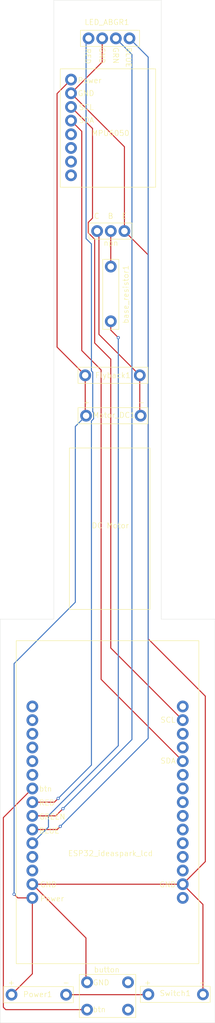
<source format=kicad_pcb>
(kicad_pcb (version 20241229) (generator "pcbnew") (generator_version "9.0")
  (layers (0 "F.Cu" signal) (2 "B.Cu" signal) (13 "F.Paste" user) (15 "B.Paste" user) (5 "F.SilkS" user "F.Silkscreen") (7 "B.SilkS" user "B.Silkscreen") (1 "F.Mask" user) (3 "B.Mask" user) (25 "Edge.Cuts" user))
  (net 0 "")
  (net 23 "/Power")
  (net 24 "/GND")
  (net 25 "/SCL")
  (net 26 "/SDA")
  (net 27 "/button")
  (net 28 "/motor_control")
  (net 29 "/base_resistor")
  (net 30 "/BLUE")
  (net 31 "/GREEN")
  (net 32 "/RED")
  (net 33 "/motor_ground")
  (net 34 "/SwitchPowerJunction")
  (footprint "my_library:rgb_led" (layer "F.Cu") (at 16.46 -193.4)
    (property "Reference" "LED_ABGR1" (at 3.42 -3 0) (layer "F.SilkS") (effects (font (thickness 0.1))))
    (property "Value" "LED_ABGR" (hide yes))
    (fp_rect (start -1.5 -1.5) (end 9.5 1.5) (stroke (width 0.1)) (fill no) (layer "F.SilkS"))
    (pad "1" thru_hole circle (at 2.54 0) (size 2.2 2.2) (drill 1.2) (layers "*.Cu" "*.Mask") (net 24 "/GND"))
    (pad "2" thru_hole circle (at 7.62 0) (size 2.2 2.2) (drill 1.2) (layers "*.Cu" "*.Mask") (net 30 "/BLUE"))
    (pad "3" thru_hole circle (at 5.08 0) (size 2.2 2.2) (drill 1.2) (layers "*.Cu" "*.Mask") (net 31 "/GREEN"))
    (pad "4" thru_hole circle (at 0 0) (size 2.2 2.2) (drill 1.2) (layers "*.Cu" "*.Mask") (net 32 "/RED"))
  )
  (footprint "my_library:Button" (layer "F.Cu") (at 16.19 -12.96 90)
    (property "Reference" "U2" (hide yes))
    (property "Value" "button" (hide yes))
    (fp_rect (start -1.46 -1.44) (end 6.54 9.06) (stroke (width 0.1)) (fill no) (layer "F.SilkS"))
    (fp_text user "button" (at 6.84 1.22 0) (layer "F.SilkS") (effects (font (thickness 0.1)) (justify left bottom)))
    (pad "1" thru_hole circle (at 0 0 90) (size 2.2 2.2) (drill 1.2) (layers "*.Cu" "*.Mask") (net 27 "/button"))
    (pad "2" thru_hole circle (at 5.08 0 90) (size 2.2 2.2) (drill 1.2) (layers "*.Cu" "*.Mask") (net 24 "/GND"))
    (pad "3" thru_hole circle (at 0 7.62 90) (size 2.2 2.2) (drill 1.2) (layers "*.Cu" "*.Mask"))
    (pad "4" thru_hole circle (at 5.08 7.62 90) (size 2.2 2.2) (drill 1.2) (layers "*.Cu" "*.Mask"))
  )
  (footprint "my_library:Transistor" (layer "F.Cu") (at 18.06 -157.6 90)
    (property "Reference" "Q1" (hide yes))
    (property "Value" "Q_NPN" (hide yes))
    (fp_rect (start -1.5 -1.5) (end 1.5 6.5) (stroke (width 0.1)) (fill no) (layer "F.SilkS"))
    (fp_text user "npn" (at -2.8 1.14 0) (layer "F.SilkS") (effects (font (thickness 0.1)) (justify left bottom)))
    (pad "B" thru_hole circle (at 0 2.54 90) (size 2.2 2.2) (drill 1.2) (layers "*.Cu" "*.Mask") (net 29 "/base_resistor"))
    (pad "C" thru_hole circle (at 0 0 90) (size 2.2 2.2) (drill 1.2) (layers "*.Cu" "*.Mask") (net 33 "/motor_ground"))
    (pad "E" thru_hole circle (at 0 5.08 90) (size 2.2 2.2) (drill 1.2) (layers "*.Cu" "*.Mask") (net 24 "/GND"))
  )
  (footprint "my_library:two_through_holes_10.16" (layer "F.Cu") (at 16 -123.3)
    (property "Reference" "Motor_DC1" (at 5.2 -0.1 0) (layer "F.SilkS") (effects (font (thickness 0.1))))
    (property "Value" "Motor_DC" (hide yes))
    (fp_rect (start -1.5 -1.5) (end 11.5 1.5) (stroke (width 0.1)) (fill no) (layer "F.SilkS"))
    (pad "1" thru_hole circle (at 0 0) (size 2.2 2.2) (drill 1.2) (layers "*.Cu" "*.Mask") (net 23 "/Power"))
    (pad "2" thru_hole circle (at 10.16 0) (size 2.2 2.2) (drill 1.2) (layers "*.Cu" "*.Mask") (net 33 "/motor_ground"))
  )
  (footprint "my_library:two_through_holes_10.16" (layer "F.Cu") (at 27.6 -15.8)
    (property "Reference" "Switch1" (at 5 -0.2 0) (layer "F.SilkS") (effects (font (thickness 0.1))))
    (property "Value" "~" (hide yes))
    (fp_rect (start -1.5 -1.5) (end 11.5 1.5) (stroke (width 0.1)) (fill no) (layer "F.SilkS"))
    (pad "1" thru_hole circle (at 0 0) (size 2.2 2.2) (drill 1.2) (layers "*.Cu" "*.Mask") (net 34 "/SwitchPowerJunction"))
    (pad "2" thru_hole circle (at 10.16 0) (size 2.2 2.2) (drill 1.2) (layers "*.Cu" "*.Mask") (net 24 "/GND"))
  )
  (footprint "my_library:two_through_holes_10.16" (layer "F.Cu") (at 20.6 -140.84 90)
    (property "Reference" "base_resistor1" (at 5 2.8 90) (layer "F.SilkS") (effects (font (thickness 0.1))))
    (property "Value" "R" (hide yes))
    (fp_rect (start -1.5 -1.5) (end 11.5 1.5) (stroke (width 0.1)) (fill no) (layer "F.SilkS"))
    (pad "1" thru_hole circle (at 0 0 90) (size 2.2 2.2) (drill 1.2) (layers "*.Cu" "*.Mask") (net 28 "/motor_control"))
    (pad "2" thru_hole circle (at 10.16 0 90) (size 2.2 2.2) (drill 1.2) (layers "*.Cu" "*.Mask") (net 29 "/base_resistor"))
  )
  (footprint "my_library:two_through_holes_10.16" (layer "F.Cu") (at 2.12 -15.74)
    (property "Reference" "Power1" (at 4.88 -0.06 0) (layer "F.SilkS") (effects (font (thickness 0.1))))
    (property "Value" "~" (hide yes))
    (fp_rect (start -1.5 -1.5) (end 11.5 1.5) (stroke (width 0.1)) (fill no) (layer "F.SilkS"))
    (pad "1" thru_hole circle (at 0 0) (size 2.2 2.2) (drill 1.2) (layers "*.Cu" "*.Mask") (net 23 "/Power"))
    (pad "2" thru_hole circle (at 10.16 0) (size 2.2 2.2) (drill 1.2) (layers "*.Cu" "*.Mask") (net 34 "/SwitchPowerJunction"))
  )
  (footprint "my_library:two_through_holes_10.16" (layer "F.Cu") (at 26 -130.8 180)
    (property "Reference" "Flyback1" (at 5 0 0) (layer "F.SilkS") (effects (font (thickness 0.1))))
    (property "Value" "D")
    (fp_rect (start -1.5 -1.5) (end 11.5 1.5) (stroke (width 0.1)) (fill no) (layer "F.SilkS"))
    (pad "1" thru_hole circle (at 0 0 180) (size 2.2 2.2) (drill 1.2) (layers "*.Cu" "*.Mask") (net 33 "/motor_ground"))
    (pad "2" thru_hole circle (at 10.16 0 180) (size 2.2 2.2) (drill 1.2) (layers "*.Cu" "*.Mask") (net 23 "/Power"))
  )
  (footprint "my_library:ESP32_lcd_ideaspark" (layer "F.Cu") (at 20 -51.5)
    (property "Reference" "U3" (hide yes))
    (property "Value" "~" (hide yes))
    (fp_rect (start -17 30) (end 17 -30) (stroke (width 0.1)) (fill no) (layer "F.SilkS"))
    (fp_text user "ESP32_ideaspark_lcd" (at -7.4 10.1 0) (layer "F.SilkS") (effects (font (thickness 0.1)) (justify left bottom)))
    (pad "1" thru_hole circle (at -14 17.78) (size 2.2 2.2) (drill 1.2) (layers "*.Cu" "*.Mask") (net 23 "/Power"))
    (pad "2" thru_hole circle (at -14 15.24) (size 2.2 2.2) (drill 1.2) (layers "*.Cu" "*.Mask") (net 24 "/GND"))
    (pad "3" thru_hole circle (at -14 12.7) (size 2.2 2.2) (drill 1.2) (layers "*.Cu" "*.Mask"))
    (pad "4" thru_hole circle (at -14 10.16) (size 2.2 2.2) (drill 1.2) (layers "*.Cu" "*.Mask"))
    (pad "5" thru_hole circle (at -14 7.62) (size 2.2 2.2) (drill 1.2) (layers "*.Cu" "*.Mask") (net 28 "/motor_control"))
    (pad "6" thru_hole circle (at -14 5.08) (size 2.2 2.2) (drill 1.2) (layers "*.Cu" "*.Mask") (net 30 "/BLUE"))
    (pad "7" thru_hole circle (at -14 2.54) (size 2.2 2.2) (drill 1.2) (layers "*.Cu" "*.Mask") (net 31 "/GREEN"))
    (pad "8" thru_hole circle (at -14 0) (size 2.2 2.2) (drill 1.2) (layers "*.Cu" "*.Mask") (net 32 "/RED"))
    (pad "9" thru_hole circle (at -14 -2.54) (size 2.2 2.2) (drill 1.2) (layers "*.Cu" "*.Mask") (net 27 "/button"))
    (pad "10" thru_hole circle (at -14 -5.08) (size 2.2 2.2) (drill 1.2) (layers "*.Cu" "*.Mask"))
    (pad "11" thru_hole circle (at -14 -7.62) (size 2.2 2.2) (drill 1.2) (layers "*.Cu" "*.Mask"))
    (pad "12" thru_hole circle (at -14 -10.16) (size 2.2 2.2) (drill 1.2) (layers "*.Cu" "*.Mask"))
    (pad "13" thru_hole circle (at -14 -12.7) (size 2.2 2.2) (drill 1.2) (layers "*.Cu" "*.Mask"))
    (pad "14" thru_hole circle (at -14 -15.24) (size 2.2 2.2) (drill 1.2) (layers "*.Cu" "*.Mask"))
    (pad "15" thru_hole circle (at -14 -17.78) (size 2.2 2.2) (drill 1.2) (layers "*.Cu" "*.Mask"))
    (pad "16" thru_hole circle (at 14 17.78) (size 2.2 2.2) (drill 1.2) (layers "*.Cu" "*.Mask"))
    (pad "17" thru_hole circle (at 14 15.24) (size 2.2 2.2) (drill 1.2) (layers "*.Cu" "*.Mask") (net 24 "/GND"))
    (pad "18" thru_hole circle (at 14 12.7) (size 2.2 2.2) (drill 1.2) (layers "*.Cu" "*.Mask"))
    (pad "19" thru_hole circle (at 14 10.16) (size 2.2 2.2) (drill 1.2) (layers "*.Cu" "*.Mask"))
    (pad "20" thru_hole circle (at 14 7.62) (size 2.2 2.2) (drill 1.2) (layers "*.Cu" "*.Mask"))
    (pad "21" thru_hole circle (at 14 5.08) (size 2.2 2.2) (drill 1.2) (layers "*.Cu" "*.Mask"))
    (pad "22" thru_hole circle (at 14 2.54) (size 2.2 2.2) (drill 1.2) (layers "*.Cu" "*.Mask"))
    (pad "23" thru_hole circle (at 14 0) (size 2.2 2.2) (drill 1.2) (layers "*.Cu" "*.Mask"))
    (pad "24" thru_hole circle (at 14 -2.54) (size 2.2 2.2) (drill 1.2) (layers "*.Cu" "*.Mask"))
    (pad "25" thru_hole circle (at 14 -5.08) (size 2.2 2.2) (drill 1.2) (layers "*.Cu" "*.Mask"))
    (pad "26" thru_hole circle (at 14 -7.62) (size 2.2 2.2) (drill 1.2) (layers "*.Cu" "*.Mask") (net 26 "/SDA"))
    (pad "27" thru_hole circle (at 14 -10.16) (size 2.2 2.2) (drill 1.2) (layers "*.Cu" "*.Mask"))
    (pad "28" thru_hole circle (at 14 -12.7) (size 2.2 2.2) (drill 1.2) (layers "*.Cu" "*.Mask"))
    (pad "29" thru_hole circle (at 14 -15.24) (size 2.2 2.2) (drill 1.2) (layers "*.Cu" "*.Mask") (net 25 "/SCL"))
    (pad "30" thru_hole circle (at 14 -17.78) (size 2.2 2.2) (drill 1.2) (layers "*.Cu" "*.Mask"))
  )
  (footprint "my_library:MPU_6050" (layer "F.Cu") (at 13.2 -185.74)
    (property "Reference" "LED_ARGB1" (hide yes))
    (property "Value" "~")
    (fp_rect (start -2 -2) (end 15.75 20) (stroke (width 0.1)) (fill no) (layer "F.SilkS"))
    (pad "1" thru_hole circle (at 0 0) (size 2.2 2.2) (drill 1.2) (layers "*.Cu" "*.Mask") (net 23 "/Power"))
    (pad "2" thru_hole circle (at 0 2.54) (size 2.2 2.2) (drill 1.2) (layers "*.Cu" "*.Mask") (net 24 "/GND"))
    (pad "3" thru_hole circle (at 0 5.08) (size 2.2 2.2) (drill 1.2) (layers "*.Cu" "*.Mask") (net 25 "/SCL"))
    (pad "4" thru_hole circle (at 0 7.62) (size 2.2 2.2) (drill 1.2) (layers "*.Cu" "*.Mask") (net 26 "/SDA"))
    (pad "5" thru_hole circle (at 0 10.16) (size 2.2 2.2) (drill 1.2) (layers "*.Cu" "*.Mask"))
    (pad "6" thru_hole circle (at 0 12.7) (size 2.2 2.2) (drill 1.2) (layers "*.Cu" "*.Mask"))
    (pad "7" thru_hole circle (at 0 15.24) (size 2.2 2.2) (drill 1.2) (layers "*.Cu" "*.Mask"))
    (pad "8" thru_hole circle (at 0 17.78) (size 2.2 2.2) (drill 1.2) (layers "*.Cu" "*.Mask"))
  )
  (gr_rect (start 12.9 -117.3) (end 27.9 -87.3) (stroke (width 0.1)) (fill no) (layer "F.SilkS"))
  (gr_line (start 0 -10.5) (end 0 -85.5) (stroke (width 0.05)) (layer "Edge.Cuts"))
  (gr_line (start 40 -10.5) (end 0 -10.5) (stroke (width 0.05)) (layer "Edge.Cuts"))
  (gr_line (start 30 -85.5) (end 30 -200.5) (stroke (width 0.05)) (layer "Edge.Cuts"))
  (gr_line (start 0 -85.5) (end 10 -85.5) (stroke (width 0.05)) (layer "Edge.Cuts"))
  (gr_line (start 10 -85.5) (end 10 -200.5) (stroke (width 0.05)) (layer "Edge.Cuts"))
  (gr_line (start 10 -200.5) (end 30 -200.5) (stroke (width 0.05)) (layer "Edge.Cuts"))
  (gr_line (start 30 -85.5) (end 40 -85.5) (stroke (width 0.05)) (layer "Edge.Cuts"))
  (gr_line (start 40 -85.5) (end 40 -10.5) (stroke (width 0.05)) (layer "Edge.Cuts"))
  (gr_text "E" (at 22.6 -159.8 0) (layer "F.SilkS") (effects (font (size 1 1) (thickness 0.1)) (justify left bottom)))
  (gr_text "Power\n" (at 14.4 -185 0) (layer "F.SilkS") (effects (font (size 1 1) (thickness 0.1)) (justify left bottom)))
  (gr_text "-\n" (at 37 -17.4 0) (layer "F.SilkS") (effects (font (size 1 1) (thickness 0.1)) (justify left bottom)))
  (gr_text "BLUE\n" (at 23.34 -191.8 270) (layer "F.SilkS") (effects (font (size 1 1) (thickness 0.1)) (justify left bottom)))
  (gr_text "btn" (at 7.2 -53.4 0) (layer "F.SilkS") (effects (font (size 1 1) (thickness 0.1)) (justify left bottom)))
  (gr_text "btn\n" (at 17.21 -12.4 0) (layer "F.SilkS") (effects (font (size 1 1) (thickness 0.1)) (justify left bottom)))
  (gr_text "GND\n" (at 29.6 -35.6 0) (layer "F.SilkS") (effects (font (size 1 1) (thickness 0.1)) (justify left bottom)))
  (gr_text "B\n" (at 20 -159.8 0) (layer "F.SilkS") (effects (font (size 1 1) (thickness 0.1)) (justify left bottom)))
  (gr_text "GND\n" (at 7.4 -35.6 0) (layer "F.SilkS") (effects (font (size 1 1) (thickness 0.1)) (justify left bottom)))
  (gr_text "SDA" (at 29.8 -58.6 0) (layer "F.SilkS") (effects (font (size 1 1) (thickness 0.1)) (justify left bottom)))
  (gr_text "MPU6050" (at 17 -175.2 0) (layer "F.SilkS") (effects (font (size 1 1) (thickness 0.1)) (justify left bottom)))
  (gr_text "-\n" (at 11.6 -17.4 0) (layer "F.SilkS") (effects (font (size 1 1) (thickness 0.1)) (justify left bottom)))
  (gr_text "GRN\n" (at 20.94 -191.8 270) (layer "F.SilkS") (effects (font (size 1 1) (thickness 0.1)) (justify left bottom)))
  (gr_text "SCL" (at 14.6 -180 0) (layer "F.SilkS") (effects (font (size 1 1) (thickness 0.1)) (justify left bottom)))
  (gr_text "+\n" (at 1.4 -17.4 0) (layer "F.SilkS") (effects (font (size 1 1) (thickness 0.1)) (justify left bottom)))
  (gr_text "GND\n" (at 14.4 -182.6 0) (layer "F.SilkS") (effects (font (size 1 1) (thickness 0.1)) (justify left bottom)))
  (gr_text "+\n" (at 26.8 -17.4 0) (layer "F.SilkS") (effects (font (size 1 1) (thickness 0.1)) (justify left bottom)))
  (gr_text "SDA" (at 14.6 -177.6 0) (layer "F.SilkS") (effects (font (size 1 1) (thickness 0.1)) (justify left bottom)))
  (gr_text "GREEN\n" (at 7.2 -48.2 0) (layer "F.SilkS") (effects (font (size 1 1) (thickness 0.1)) (justify left bottom)))
  (gr_text "Power\n" (at 7.4 -33 0) (layer "F.SilkS") (effects (font (size 1 1) (thickness 0.1)) (justify left bottom)))
  (gr_text "GND" (at 18.4 -191.8 270) (layer "F.SilkS") (effects (font (size 1 1) (thickness 0.1)) (justify left bottom)))
  (gr_text "RED\n" (at 7.2 -50.8 0) (layer "F.SilkS") (effects (font (size 1 1) (thickness 0.1)) (justify left bottom)))
  (gr_text "BLUE\n" (at 7.2 -45.6 0) (layer "F.SilkS") (effects (font (size 1 1) (thickness 0.1)) (justify left bottom)))
  (gr_text "GND\n" (at 17.21 -17.4 0) (layer "F.SilkS") (effects (font (size 1 1) (thickness 0.1)) (justify left bottom)))
  (gr_text "DC Motor" (at 17 -102.3 0) (layer "F.SilkS") (effects (font (size 1 1) (thickness 0.1)) (justify left bottom)))
  (gr_text "C" (at 17.4 -159.8 0) (layer "F.SilkS") (effects (font (size 1 1) (thickness 0.1)) (justify left bottom)))
  (gr_text "RED\n" (at 15.74 -191.6 270) (layer "F.SilkS") (effects (font (size 1 1) (thickness 0.1)) (justify left bottom)))
  (gr_text "+\n" (at 15.4 -125.2 0) (layer "F.SilkS") (effects (font (size 1 1) (thickness 0.1)) (justify left bottom)))
  (gr_text "SCL" (at 29.8 -66.2 0) (layer "F.SilkS") (effects (font (size 1 1) (thickness 0.1)) (justify left bottom)))
  (gr_text "-\n" (at 25.6 -125.2 0) (layer "F.SilkS") (effects (font (size 1 1) (thickness 0.1)) (justify left bottom)))
  (segment (start 10.6 -183.14) (end 10.6 -136.04) (width 0.2) (layer "F.Cu") (net 23))
  (segment (start 10.6 -136.04) (end 15.84 -130.8) (width 0.2) (layer "F.Cu") (net 23))
  (segment (start 6 -19.62) (end 2.12 -15.74) (width 0.2) (layer "F.Cu") (net 23))
  (segment (start 3.28 -33.72) (end 2.6 -34.4) (width 0.2) (layer "F.Cu") (net 23))
  (segment (start 6 -33.72) (end 3.28 -33.72) (width 0.2) (layer "F.Cu") (net 23))
  (segment (start 15.84 -123.46) (end 16 -123.3) (width 0.2) (layer "F.Cu") (net 23))
  (segment (start 15.84 -130.8) (end 15.84 -123.46) (width 0.2) (layer "F.Cu") (net 23))
  (segment (start 6 -33.72) (end 6 -19.62) (width 0.2) (layer "F.Cu") (net 23))
  (segment (start 13.2 -185.74) (end 10.6 -183.14) (width 0.2) (layer "F.Cu") (net 23))
  (via (at 2.6 -34.4) (size 0.6) (drill 0.3) (layers "F.Cu" "B.Cu") (net 23))
  (segment (start 2.6 -34.4) (end 2.6 -77.250058) (width 0.2) (layer "B.Cu") (net 23))
  (segment (start 2.6 -77.250058) (end 14 -88.650058) (width 0.2) (layer "B.Cu") (net 23))
  (segment (start 14 -88.650058) (end 14 -121.3) (width 0.2) (layer "B.Cu") (net 23))
  (segment (start 14 -121.3) (end 16 -123.3) (width 0.2) (layer "B.Cu") (net 23))
  (segment (start 34 -36.26) (end 6 -36.26) (width 0.2) (layer "F.Cu") (net 24))
  (segment (start 38.2 -40.46) (end 34 -36.26) (width 0.2) (layer "F.Cu") (net 24))
  (segment (start 23.14 -157.6) (end 23.14 -173.26) (width 0.2) (layer "F.Cu") (net 24))
  (segment (start 38.2 -71.2) (end 38.2 -40.46) (width 0.2) (layer "F.Cu") (net 24))
  (segment (start 6 -36.26) (end 15.98 -26.28) (width 0.2) (layer "F.Cu") (net 24))
  (segment (start 19 -189) (end 19 -193.4) (width 0.2) (layer "F.Cu") (net 24))
  (segment (start 37.76 -32.5) (end 37.76 -15.8) (width 0.2) (layer "F.Cu") (net 24))
  (segment (start 23.14 -157.6) (end 27.561 -153.179) (width 0.2) (layer "F.Cu") (net 24))
  (segment (start 23.14 -173.26) (end 13.2 -183.2) (width 0.2) (layer "F.Cu") (net 24))
  (segment (start 27.561 -81.839) (end 38.2 -71.2) (width 0.2) (layer "F.Cu") (net 24))
  (segment (start 13.2 -183.2) (end 19 -189) (width 0.2) (layer "F.Cu") (net 24))
  (segment (start 34 -36.26) (end 37.76 -32.5) (width 0.2) (layer "F.Cu") (net 24))
  (segment (start 15.98 -26.28) (end 15.98 -18.04) (width 0.2) (layer "F.Cu") (net 24))
  (segment (start 27.561 -153.179) (end 27.561 -81.839) (width 0.2) (layer "F.Cu") (net 24))
  (segment (start 17.2 -160) (end 17.2 -176.66) (width 0.2) (layer "F.Cu") (net 25))
  (segment (start 17.6 -156.078686) (end 16.4 -157.278686) (width 0.2) (layer "F.Cu") (net 25))
  (segment (start 34 -66.74) (end 20.6 -80.14) (width 0.2) (layer "F.Cu") (net 25))
  (segment (start 20.6 -80.14) (end 20.6 -133.8) (width 0.2) (layer "F.Cu") (net 25))
  (segment (start 17.6 -136.8) (end 17.6 -156.078686) (width 0.2) (layer "F.Cu") (net 25))
  (segment (start 17.2 -176.66) (end 13.2 -180.66) (width 0.2) (layer "F.Cu") (net 25))
  (segment (start 20.6 -133.8) (end 17.6 -136.8) (width 0.2) (layer "F.Cu") (net 25))
  (segment (start 16.4 -157.278686) (end 16.4 -159.2) (width 0.2) (layer "F.Cu") (net 25))
  (segment (start 16.4 -159.2) (end 17.2 -160) (width 0.2) (layer "F.Cu") (net 25))
  (segment (start 18.8 -131.8) (end 18.8 -74.32) (width 0.2) (layer "F.Cu") (net 26))
  (segment (start 15.2 -135.4) (end 18.8 -131.8) (width 0.2) (layer "F.Cu") (net 26))
  (segment (start 18.8 -74.32) (end 34 -59.12) (width 0.2) (layer "F.Cu") (net 26))
  (segment (start 15.2 -176.12) (end 15.2 -135.4) (width 0.2) (layer "F.Cu") (net 26))
  (segment (start 13.2 -178.12) (end 15.2 -176.12) (width 0.2) (layer "F.Cu") (net 26))
  (segment (start 15.98 -12.96) (end 1.04 -12.96) (width 0.2) (layer "F.Cu") (net 27))
  (segment (start 0.601 -13.399) (end 0.601 -48.641) (width 0.2) (layer "F.Cu") (net 27))
  (segment (start 0.601 -48.641) (end 6 -54.04) (width 0.2) (layer "F.Cu") (net 27))
  (segment (start 1.04 -12.96) (end 0.601 -13.399) (width 0.2) (layer "F.Cu") (net 27))
  (segment (start 20.6 -140.84) (end 20.6 -139.2) (width 0.2) (layer "F.Cu") (net 28))
  (segment (start 20.6 -139.2) (end 22 -137.8) (width 0.2) (layer "F.Cu") (net 28))
  (via (at 22 -137.8) (size 0.6) (drill 0.3) (layers "F.Cu" "B.Cu") (net 28))
  (segment (start 22 -137.8) (end 22 -62) (width 0.2) (layer "B.Cu") (net 28))
  (segment (start 9 -46.88) (end 6 -43.88) (width 0.2) (layer "B.Cu") (net 28))
  (segment (start 22 -62) (end 9 -49) (width 0.2) (layer "B.Cu") (net 28))
  (segment (start 9 -49) (end 9 -46.88) (width 0.2) (layer "B.Cu") (net 28))
  (segment (start 20.6 -151) (end 20.6 -157.6) (width 0.2) (layer "F.Cu") (net 29))
  (segment (start 6 -46.42) (end 10.62 -46.42) (width 0.2) (layer "F.Cu") (net 30))
  (segment (start 10.62 -46.42) (end 11.2 -47) (width 0.2) (layer "F.Cu") (net 30))
  (via (at 11.2 -47) (size 0.6) (drill 0.3) (layers "F.Cu" "B.Cu") (net 30))
  (segment (start 27.561 -189.919) (end 24.08 -193.4) (width 0.2) (layer "B.Cu") (net 30))
  (segment (start 11.2 -47) (end 27.561 -63.361) (width 0.2) (layer "B.Cu") (net 30))
  (segment (start 27.561 -63.361) (end 27.561 -189.919) (width 0.2) (layer "B.Cu") (net 30))
  (segment (start 10.36 -48.96) (end 6 -48.96) (width 0.2) (layer "F.Cu") (net 31))
  (segment (start 11.7 -50.3) (end 10.36 -48.96) (width 0.2) (layer "F.Cu") (net 31))
  (via (at 11.7 -50.3) (size 0.6) (drill 0.3) (layers "F.Cu" "B.Cu") (net 31))
  (segment (start 24.541 -190.399) (end 21.54 -193.4) (width 0.2) (layer "B.Cu") (net 31))
  (segment (start 24.541 -63.141) (end 24.541 -190.399) (width 0.2) (layer "B.Cu") (net 31))
  (segment (start 11.7 -50.3) (end 24.541 -63.141) (width 0.2) (layer "B.Cu") (net 31))
  (segment (start 6 -51.5) (end 10.1 -51.5) (width 0.2) (layer "F.Cu") (net 32))
  (segment (start 10.1 -51.5) (end 10.8 -52.2) (width 0.2) (layer "F.Cu") (net 32))
  (via (at 10.8 -52.2) (size 0.6) (drill 0.3) (layers "F.Cu" "B.Cu") (net 32))
  (segment (start 17.241 -131.380314) (end 17 -131.621314) (width 0.2) (layer "B.Cu") (net 32))
  (segment (start 10.8 -52.2) (end 17 -58.4) (width 0.2) (layer "B.Cu") (net 32))
  (segment (start 17.401 -122.719686) (end 17.401 -123.880314) (width 0.2) (layer "B.Cu") (net 32))
  (segment (start 17 -155.2) (end 16 -156.2) (width 0.2) (layer "B.Cu") (net 32))
  (segment (start 17 -122.318686) (end 17.401 -122.719686) (width 0.2) (layer "B.Cu") (net 32))
  (segment (start 17.241 -124.040314) (end 17.241 -131.380314) (width 0.2) (layer "B.Cu") (net 32))
  (segment (start 17 -131.621314) (end 17 -155.2) (width 0.2) (layer "B.Cu") (net 32))
  (segment (start 17 -58.4) (end 17 -122.318686) (width 0.2) (layer "B.Cu") (net 32))
  (segment (start 16 -156.2) (end 16 -192.94) (width 0.2) (layer "B.Cu") (net 32))
  (segment (start 16 -192.94) (end 16.46 -193.4) (width 0.2) (layer "B.Cu") (net 32))
  (segment (start 17.401 -123.880314) (end 17.241 -124.040314) (width 0.2) (layer "B.Cu") (net 32))
  (segment (start 26 -130.8) (end 26 -123.46) (width 0.2) (layer "F.Cu") (net 33))
  (segment (start 26 -123.46) (end 26.16 -123.3) (width 0.2) (layer "F.Cu") (net 33))
  (segment (start 26 -130.8) (end 18.4 -138.4) (width 0.2) (layer "F.Cu") (net 33))
  (segment (start 18.4 -157.26) (end 18.06 -157.6) (width 0.2) (layer "F.Cu") (net 33))
  (segment (start 18.4 -138.4) (end 18.4 -157.26) (width 0.2) (layer "F.Cu") (net 33))
  (segment (start 27.6 -15.8) (end 27.4 -15.8) (width 0.2) (layer "F.Cu") (net 34))
  (segment (start 27.34 -15.74) (end 12.28 -15.74) (width 0.2) (layer "F.Cu") (net 34))
  (segment (start 27.4 -15.8) (end 27.34 -15.74) (width 0.2) (layer "F.Cu") (net 34))
)
</source>
